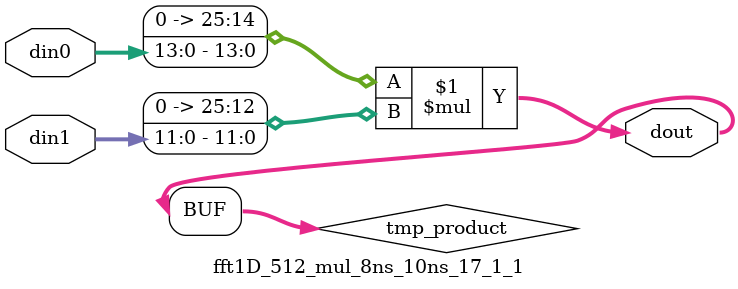
<source format=v>

 module fft1D_512_mul_8ns_10ns_17_1_1(din0, din1, dout);  
parameter ID = 1;
parameter NUM_STAGE = 0;
parameter din0_WIDTH = 14;
parameter din1_WIDTH = 12;
parameter dout_WIDTH = 26;
input [din0_WIDTH - 1 : 0] din0; 
input [din1_WIDTH - 1 : 0] din1; 
output [dout_WIDTH - 1 : 0] dout;
wire signed [dout_WIDTH - 1 : 0] tmp_product;
assign tmp_product = $signed({1'b0, din0}) * $signed({1'b0, din1});
assign dout = tmp_product;
endmodule

</source>
